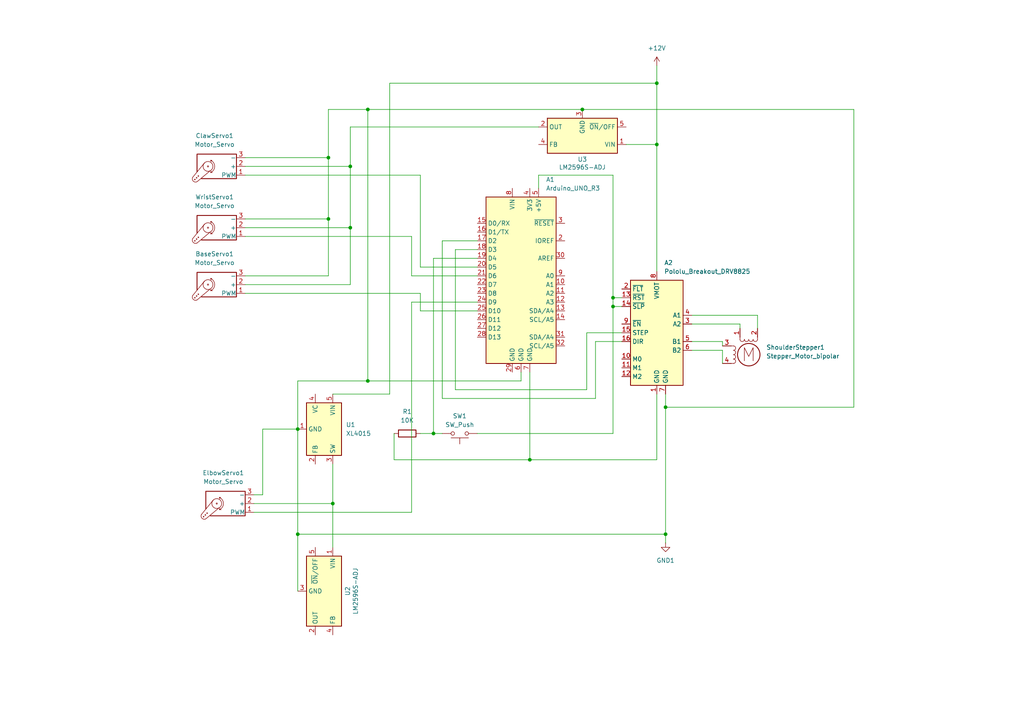
<source format=kicad_sch>
(kicad_sch (version 20250114) (generator "eeschema") (generator_version "9.0")
  (paper "A4")
  (title_block (title "Arduino Motor Controller"))
  (lib_symbols
    (symbol "Device:R" (pin_numbers (hide yes)) (pin_names (offset 0))
      (property "Reference" "R" (at 2.032 0 90))
      (property "Value" "R" (at 0 0 90))
      (symbol "R_0_1"
        (rectangle (start -1.016 -2.54) (end 1.016 2.54) (stroke (width 0.254)))
      )
      (symbol "R_1_1"
        (pin passive line (at 0 3.81 270) (length 1.27) (name "~") (number "1"))
        (pin passive line (at 0 -3.81 90) (length 1.27) (name "~") (number "2"))
      )
    )
    (symbol "Driver_Motor:Pololu_Breakout_DRV8825"
      (property "Reference" "A" (at -2.54 16.51 0))
      (property "Value" "Pololu_Breakout_DRV8825" (at -2.54 13.97 0))
      (symbol "Pololu_Breakout_DRV8825_0_1"
        (rectangle (start 7.62 -17.78) (end -7.62 12.7) (stroke (width 0.254)) (fill (type background)))
      )
      (symbol "Pololu_Breakout_DRV8825_1_1"
        (pin output line (at -10.16 10.16 0) (length 2.54) (name "~{FLT}") (number "2"))
        (pin input line (at -10.16 7.62 0) (length 2.54) (name "~{RST}") (number "13"))
        (pin input line (at -10.16 5.08 0) (length 2.54) (name "~{SLP}") (number "14"))
        (pin input line (at -10.16 0 0) (length 2.54) (name "~{EN}") (number "9"))
        (pin input line (at -10.16 -2.54 0) (length 2.54) (name "STEP") (number "15"))
        (pin input line (at -10.16 -5.08 0) (length 2.54) (name "DIR") (number "16"))
        (pin input line (at -10.16 -10.16 0) (length 2.54) (name "M0") (number "10"))
        (pin input line (at -10.16 -12.7 0) (length 2.54) (name "M1") (number "11"))
        (pin input line (at -10.16 -15.24 0) (length 2.54) (name "M2") (number "12"))
        (pin power_in line (at 0 15.24 270) (length 2.54) (name "VMOT") (number "8"))
        (pin power_in line (at 0 -20.32 90) (length 2.54) (name "GND") (number "1"))
        (pin power_in line (at 2.54 -20.32 90) (length 2.54) (name "GND") (number "7"))
        (pin output line (at 10.16 2.54 180) (length 2.54) (name "A1") (number "4"))
        (pin output line (at 10.16 0 180) (length 2.54) (name "A2") (number "3"))
        (pin output line (at 10.16 -5.08 180) (length 2.54) (name "B1") (number "5"))
        (pin output line (at 10.16 -7.62 180) (length 2.54) (name "B2") (number "6"))
      )
    )
    (symbol "MCU_Module:Arduino_UNO_R3"
      (property "Reference" "A" (at -10.16 23.495 0))
      (property "Value" "Arduino_UNO_R3" (at 5.08 -26.67 0))
      (symbol "Arduino_UNO_R3_0_1"
        (rectangle (start -10.16 22.86) (end 10.16 -25.4) (stroke (width 0.254)) (fill (type background)))
      )
      (symbol "Arduino_UNO_R3_1_1"
        (pin bidirectional line (at -12.7 15.24 0) (length 2.54) (name "D0/RX") (number "15"))
        (pin bidirectional line (at -12.7 12.7 0) (length 2.54) (name "D1/TX") (number "16"))
        (pin bidirectional line (at -12.7 10.16 0) (length 2.54) (name "D2") (number "17"))
        (pin bidirectional line (at -12.7 7.62 0) (length 2.54) (name "D3") (number "18"))
        (pin bidirectional line (at -12.7 5.08 0) (length 2.54) (name "D4") (number "19"))
        (pin bidirectional line (at -12.7 2.54 0) (length 2.54) (name "D5") (number "20"))
        (pin bidirectional line (at -12.7 0 0) (length 2.54) (name "D6") (number "21"))
        (pin bidirectional line (at -12.7 -2.54 0) (length 2.54) (name "D7") (number "22"))
        (pin bidirectional line (at -12.7 -5.08 0) (length 2.54) (name "D8") (number "23"))
        (pin bidirectional line (at -12.7 -7.62 0) (length 2.54) (name "D9") (number "24"))
        (pin bidirectional line (at -12.7 -10.16 0) (length 2.54) (name "D10") (number "25"))
        (pin bidirectional line (at -12.7 -12.7 0) (length 2.54) (name "D11") (number "26"))
        (pin bidirectional line (at -12.7 -15.24 0) (length 2.54) (name "D12") (number "27"))
        (pin bidirectional line (at -12.7 -17.78 0) (length 2.54) (name "D13") (number "28"))
        (pin no_connect line (at -10.16 -20.32 0) (length 2.54) (hide yes) (name "NC") (number "1"))
        (pin power_in line (at -2.54 25.4 270) (length 2.54) (name "VIN") (number "8"))
        (pin power_in line (at -2.54 -27.94 90) (length 2.54) (name "GND") (number "29"))
        (pin power_in line (at 0 -27.94 90) (length 2.54) (name "GND") (number "6"))
        (pin power_out line (at 2.54 25.4 270) (length 2.54) (name "3V3") (number "4"))
        (pin power_in line (at 2.54 -27.94 90) (length 2.54) (name "GND") (number "7"))
        (pin power_out line (at 5.08 25.4 270) (length 2.54) (name "+5V") (number "5"))
        (pin input line (at 12.7 15.24 180) (length 2.54) (name "~{RESET}") (number "3"))
        (pin output line (at 12.7 10.16 180) (length 2.54) (name "IOREF") (number "2"))
        (pin input line (at 12.7 5.08 180) (length 2.54) (name "AREF") (number "30"))
        (pin bidirectional line (at 12.7 0 180) (length 2.54) (name "A0") (number "9"))
        (pin bidirectional line (at 12.7 -2.54 180) (length 2.54) (name "A1") (number "10"))
        (pin bidirectional line (at 12.7 -5.08 180) (length 2.54) (name "A2") (number "11"))
        (pin bidirectional line (at 12.7 -7.62 180) (length 2.54) (name "A3") (number "12"))
        (pin bidirectional line (at 12.7 -10.16 180) (length 2.54) (name "SDA/A4") (number "13"))
        (pin bidirectional line (at 12.7 -12.7 180) (length 2.54) (name "SCL/A5") (number "14"))
        (pin bidirectional line (at 12.7 -17.78 180) (length 2.54) (name "SDA/A4") (number "31"))
        (pin bidirectional line (at 12.7 -20.32 180) (length 2.54) (name "SCL/A5") (number "32"))
      )
    )
    (symbol "Motor:Motor_Servo" (pin_names (offset 0.0254))
      (property "Reference" "M" (at -5.08 4.445 0))
      (property "Value" "Motor_Servo" (at -5.08 -4.064 0))
      (symbol "Motor_Servo_0_1"
        (polyline (pts (xy 2.413 1.778) (xy 1.905 1.778)))
        (polyline (pts (xy 2.413 1.778) (xy 2.286 1.397)))
        (polyline (pts (xy 2.413 -1.778) (xy 2.032 -1.778)))
        (polyline (pts (xy 2.413 -1.778) (xy 2.286 -1.397)))
        (arc (start 2.413 -1.778) (mid 1.2406 0) (end 2.413 1.778))
        (circle (center 3.175 0) (radius 0.1778))
        (circle (center 3.175 0) (radius 1.4224))
        (polyline (pts (xy 5.08 3.556) (xy -5.08 3.556) (xy -5.08 -3.556) (xy 6.35 -3.556) (xy 6.35 1.524)) (stroke (width 0.254)))
        (circle (center 5.969 2.794) (radius 0.127))
        (polyline (pts (xy 6.35 4.445) (xy 2.54 1.27)))
        (circle (center 6.477 3.302) (radius 0.127))
        (arc (start 6.35 4.445) (mid 7.4487 4.2737) (end 7.62 3.175))
        (circle (center 6.985 3.81) (radius 0.127))
        (polyline (pts (xy 7.62 3.175) (xy 4.191 -1.016)))
      )
      (symbol "Motor_Servo_1_1"
        (pin passive line (at -7.62 2.54 0) (length 2.54) (name "PWM") (number "1"))
        (pin passive line (at -7.62 0 0) (length 2.54) (name "+") (number "2"))
        (pin passive line (at -7.62 -2.54 0) (length 2.54) (name "-") (number "3"))
      )
    )
    (symbol "Motor:Stepper_Motor_bipolar" (pin_names (offset 0) (hide yes))
      (property "Reference" "M" (at 3.81 2.54 0))
      (property "Value" "Stepper_Motor_bipolar" (at 3.81 1.27 0))
      (symbol "Stepper_Motor_bipolar_0_0"
        (polyline (pts (xy -1.27 -1.778) (xy -1.27 2.032) (xy 0 -0.508) (xy 1.27 2.032) (xy 1.27 -1.778)))
      )
      (symbol "Stepper_Motor_bipolar_0_1"
        (polyline (pts (xy -5.08 2.54) (xy -4.445 2.54)))
        (polyline (pts (xy -5.08 -2.54) (xy -4.445 -2.54)))
        (arc (start -4.445 2.54) (mid -3.8127 1.905) (end -4.445 1.27))
        (arc (start -4.445 1.27) (mid -3.8127 0.635) (end -4.445 0))
        (arc (start -4.445 0) (mid -3.8127 -0.635) (end -4.445 -1.27))
        (arc (start -4.445 -1.27) (mid -3.8127 -1.905) (end -4.445 -2.54))
        (polyline (pts (xy -2.54 5.08) (xy -2.54 4.445)))
        (arc (start -1.27 4.445) (mid -1.905 3.8127) (end -2.54 4.445))
        (arc (start 0 4.445) (mid -0.635 3.8127) (end -1.27 4.445))
        (circle (center 0 0) (radius 3.2512) (stroke (width 0.254)))
        (arc (start 1.27 4.445) (mid 0.635 3.8127) (end 0 4.445))
        (arc (start 2.54 4.445) (mid 1.905 3.8127) (end 1.27 4.445))
        (polyline (pts (xy 2.54 5.08) (xy 2.54 4.445)))
      )
      (symbol "Stepper_Motor_bipolar_1_1"
        (pin passive line (at -7.62 2.54 0) (length 2.54) (name "~") (number "3"))
        (pin passive line (at -7.62 -2.54 0) (length 2.54) (name "~") (number "4"))
        (pin passive line (at -2.54 7.62 270) (length 2.54) (name "~") (number "1"))
        (pin passive line (at 2.54 7.62 270) (length 2.54) (name "-") (number "2"))
      )
    )
    (symbol "Regulator_Switching:LM2596S-ADJ"
      (property "Reference" "U" (at -10.16 6.35 0))
      (property "Value" "LM2596S-ADJ" (at 0 6.35 0))
      (symbol "LM2596S-ADJ_0_1"
        (rectangle (start -10.16 5.08) (end 10.16 -5.08) (stroke (width 0.254)) (fill (type background)))
      )
      (symbol "LM2596S-ADJ_1_1"
        (pin power_in line (at -12.7 2.54 0) (length 2.54) (name "VIN") (number "1"))
        (pin input line (at -12.7 -2.54 0) (length 2.54) (name "~{ON}/OFF") (number "5"))
        (pin power_in line (at 0 -7.62 90) (length 2.54) (name "GND") (number "3"))
        (pin input line (at 12.7 2.54 180) (length 2.54) (name "FB") (number "4"))
        (pin output line (at 12.7 -2.54 180) (length 2.54) (name "OUT") (number "2"))
      )
    )
    (symbol "Regulator_Switching:XL4015"
      (property "Reference" "U?" (at -6.35 6.35 0))
      (property "Value" "XL4015" (at 6.35 6.35 0))
      (symbol "XL4015_0_1"
        (rectangle (start -7.62 5.08) (end 7.62 -5.08) (stroke (width 0.254)) (fill (type background)))
      )
      (symbol "XL4015_1_1"
        (pin power_in line (at -10.16 2.54 0) (length 2.54) (name "VIN") (number "5"))
        (pin input line (at -10.16 -2.54 0) (length 2.54) (name "VC") (number "4"))
        (pin power_in line (at 0 -7.62 90) (length 2.54) (name "GND") (number "1"))
        (pin power_out line (at 10.16 2.54 180) (length 2.54) (name "SW") (number "3"))
        (pin input line (at 10.16 -2.54 180) (length 2.54) (name "FB") (number "2"))
      )
    )
    (symbol "Switch:SW_Push" (pin_numbers (hide yes)) (pin_names (offset 1.016) (hide yes))
      (property "Reference" "SW" (at 1.27 2.54 0))
      (property "Value" "SW_Push" (at 0 -1.524 0))
      (symbol "SW_Push_0_1"
        (circle (center -2.032 0) (radius 0.508))
        (polyline (pts (xy 0 1.27) (xy 0 3.048)))
        (circle (center 2.032 0) (radius 0.508))
        (polyline (pts (xy 2.54 1.27) (xy -2.54 1.27)))
        (pin passive line (at -5.08 0 0) (length 2.54) (name "1") (number "1"))
        (pin passive line (at 5.08 0 180) (length 2.54) (name "2") (number "2"))
      )
    )
    (symbol "power:+12V" (power) (pin_numbers (hide yes)) (pin_names (offset 0) (hide yes))
      (property "Value" "+12V" (at 0 3.556 0))
      (symbol "+12V_0_1"
        (polyline (pts (xy -0.762 1.27) (xy 0 2.54)))
        (polyline (pts (xy 0 2.54) (xy 0.762 1.27)))
        (polyline (pts (xy 0 0) (xy 0 2.54)))
      )
      (symbol "+12V_1_1"
        (pin power_in line (at 0 0 90) (length 0) (name "~") (number "1"))
      )
    )
    (symbol "power:GND1" (power) (pin_numbers (hide yes)) (pin_names (offset 0) (hide yes))
      (property "Value" "GND1" (at 0 -3.81 0))
      (symbol "GND1_0_1"
        (polyline (pts (xy 0 0) (xy 0 -1.27) (xy 1.27 -1.27) (xy 0 -2.54) (xy -1.27 -1.27) (xy 0 -1.27)))
      )
      (symbol "GND1_1_1"
        (pin power_in line (at 0 0 270) (length 0) (name "~") (number "1"))
      )
    )
  )
  (junction (at 190.5 41.91))
  (junction (at 86.36 154.94))
  (junction (at 101.6 66.04))
  (junction (at 193.04 118.11))
  (junction (at 95.25 45.72))
  (junction (at 177.8 86.36))
  (junction (at 96.52 146.05))
  (junction (at 125.73 125.73))
  (junction (at 86.36 124.46))
  (junction (at 153.67 133.35))
  (junction (at 101.6 48.26))
  (junction (at 95.25 63.5))
  (junction (at 193.04 154.94))
  (junction (at 106.68 31.75))
  (junction (at 106.68 110.49))
  (junction (at 177.8 88.9))
  (junction (at 168.91 31.75))
  (junction (at 190.5 24.13))
  (wire (pts (xy 156.21 50.8) (xy 156.21 54.61)))
  (wire (pts (xy 190.5 133.35) (xy 190.5 114.3)))
  (wire (pts (xy 71.12 45.72) (xy 95.25 45.72)))
  (wire (pts (xy 119.38 87.63) (xy 119.38 148.59)))
  (wire (pts (xy 76.2 124.46) (xy 86.36 124.46)))
  (wire (pts (xy 76.2 143.51) (xy 76.2 124.46)))
  (wire (pts (xy 172.72 99.06) (xy 180.34 99.06)))
  (wire (pts (xy 170.18 113.03) (xy 132.08 113.03)))
  (wire (pts (xy 132.08 72.39) (xy 138.43 72.39)))
  (wire (pts (xy 114.3 133.35) (xy 153.67 133.35)))
  (wire (pts (xy 190.5 24.13) (xy 190.5 41.91)))
  (wire (pts (xy 153.67 107.95) (xy 153.67 133.35)))
  (wire (pts (xy 177.8 88.9) (xy 180.34 88.9)))
  (wire (pts (xy 121.92 77.47) (xy 138.43 77.47)))
  (wire (pts (xy 190.5 19.05) (xy 190.5 24.13)))
  (wire (pts (xy 190.5 41.91) (xy 190.5 78.74)))
  (wire (pts (xy 119.38 80.01) (xy 119.38 68.58)))
  (wire (pts (xy 121.92 125.73) (xy 125.73 125.73)))
  (wire (pts (xy 193.04 154.94) (xy 193.04 118.11)))
  (wire (pts (xy 193.04 118.11) (xy 193.04 114.3)))
  (wire (pts (xy 247.65 31.75) (xy 247.65 118.11)))
  (wire (pts (xy 119.38 80.01) (xy 138.43 80.01)))
  (wire (pts (xy 177.8 86.36) (xy 180.34 86.36)))
  (wire (pts (xy 86.36 124.46) (xy 86.36 154.94)))
  (wire (pts (xy 151.13 110.49) (xy 106.68 110.49)))
  (wire (pts (xy 106.68 31.75) (xy 95.25 31.75)))
  (wire (pts (xy 177.8 86.36) (xy 177.8 88.9)))
  (wire (pts (xy 121.92 50.8) (xy 121.92 77.47)))
  (wire (pts (xy 219.71 91.44) (xy 219.71 95.25)))
  (wire (pts (xy 101.6 82.55) (xy 71.12 82.55)))
  (wire (pts (xy 209.55 101.6) (xy 209.55 105.41)))
  (wire (pts (xy 114.3 125.73) (xy 114.3 133.35)))
  (wire (pts (xy 71.12 50.8) (xy 121.92 50.8)))
  (wire (pts (xy 200.66 91.44) (xy 219.71 91.44)))
  (wire (pts (xy 119.38 148.59) (xy 73.66 148.59)))
  (wire (pts (xy 106.68 31.75) (xy 106.68 110.49)))
  (wire (pts (xy 71.12 66.04) (xy 101.6 66.04)))
  (wire (pts (xy 172.72 115.57) (xy 172.72 99.06)))
  (wire (pts (xy 156.21 50.8) (xy 177.8 50.8)))
  (wire (pts (xy 156.21 36.83) (xy 101.6 36.83)))
  (wire (pts (xy 73.66 143.51) (xy 76.2 143.51)))
  (wire (pts (xy 96.52 146.05) (xy 73.66 146.05)))
  (wire (pts (xy 71.12 63.5) (xy 95.25 63.5)))
  (wire (pts (xy 125.73 74.93) (xy 138.43 74.93)))
  (wire (pts (xy 153.67 133.35) (xy 190.5 133.35)))
  (wire (pts (xy 101.6 66.04) (xy 101.6 82.55)))
  (wire (pts (xy 121.92 90.17) (xy 138.43 90.17)))
  (wire (pts (xy 200.66 93.98) (xy 214.63 93.98)))
  (wire (pts (xy 200.66 99.06) (xy 209.55 99.06)))
  (wire (pts (xy 151.13 107.95) (xy 151.13 110.49)))
  (wire (pts (xy 86.36 154.94) (xy 86.36 171.45)))
  (wire (pts (xy 193.04 157.48) (xy 193.04 154.94)))
  (wire (pts (xy 95.25 45.72) (xy 95.25 63.5)))
  (wire (pts (xy 172.72 115.57) (xy 128.27 115.57)))
  (wire (pts (xy 95.25 31.75) (xy 95.25 45.72)))
  (wire (pts (xy 86.36 124.46) (xy 86.36 110.49)))
  (wire (pts (xy 101.6 36.83) (xy 101.6 48.26)))
  (wire (pts (xy 113.03 24.13) (xy 190.5 24.13)))
  (wire (pts (xy 113.03 114.3) (xy 96.52 114.3)))
  (wire (pts (xy 138.43 125.73) (xy 177.8 125.73)))
  (wire (pts (xy 177.8 50.8) (xy 177.8 86.36)))
  (wire (pts (xy 71.12 48.26) (xy 101.6 48.26)))
  (wire (pts (xy 168.91 31.75) (xy 106.68 31.75)))
  (wire (pts (xy 113.03 114.3) (xy 113.03 24.13)))
  (wire (pts (xy 170.18 96.52) (xy 180.34 96.52)))
  (wire (pts (xy 96.52 134.62) (xy 96.52 146.05)))
  (wire (pts (xy 247.65 31.75) (xy 168.91 31.75)))
  (wire (pts (xy 86.36 154.94) (xy 193.04 154.94)))
  (wire (pts (xy 95.25 63.5) (xy 95.25 80.01)))
  (wire (pts (xy 128.27 125.73) (xy 125.73 125.73)))
  (wire (pts (xy 86.36 110.49) (xy 106.68 110.49)))
  (wire (pts (xy 132.08 113.03) (xy 132.08 72.39)))
  (wire (pts (xy 170.18 113.03) (xy 170.18 96.52)))
  (wire (pts (xy 125.73 125.73) (xy 125.73 74.93)))
  (wire (pts (xy 121.92 85.09) (xy 121.92 90.17)))
  (wire (pts (xy 138.43 87.63) (xy 119.38 87.63)))
  (wire (pts (xy 209.55 99.06) (xy 209.55 100.33)))
  (wire (pts (xy 95.25 80.01) (xy 71.12 80.01)))
  (wire (pts (xy 121.92 85.09) (xy 71.12 85.09)))
  (wire (pts (xy 128.27 115.57) (xy 128.27 69.85)))
  (wire (pts (xy 247.65 118.11) (xy 193.04 118.11)))
  (wire (pts (xy 128.27 69.85) (xy 138.43 69.85)))
  (wire (pts (xy 96.52 146.05) (xy 96.52 158.75)))
  (wire (pts (xy 200.66 101.6) (xy 209.55 101.6)))
  (wire (pts (xy 119.38 68.58) (xy 71.12 68.58)))
  (wire (pts (xy 177.8 125.73) (xy 177.8 88.9)))
  (wire (pts (xy 101.6 48.26) (xy 101.6 66.04)))
  (wire (pts (xy 181.61 41.91) (xy 190.5 41.91)))
  (wire (pts (xy 214.63 93.98) (xy 214.63 95.25)))
  (symbol (lib_id "Motor:Stepper_Motor_bipolar") (at 217.17 102.87 0) (unit 1)
    (property "Reference" "ShoulderStepper1" (at 222.25 100.749 0) (effects (justify left)))
    (property "Value" "Stepper_Motor_bipolar" (at 222.25 103.289 0) (effects (justify left)))
    (property "Footprint" "Motors:Vybronics_VZ30C1T8219732L" (effects (hide yes)))
    (property "Datasheet" "http://www.infineon.com/dgdl/Application-Note-TLE8110EE_driving_UniPolarStepperMotor_V1.1.pdf?fileId=db3a30431be39b97011be5d0aa0a00b0" (effects (hide yes)))
    (property "Description" "4-wire bipolar stepper motor" (effects (hide yes)))
  )
  (symbol (lib_id "Device:R") (at 118.11 125.73 90) (unit 1)
    (property "Reference" "R1" (at 118.11 119.38 90))
    (property "Value" "10K" (at 118.11 121.92 90))
    (property "Footprint" "Resistor_THT:R_Axial_DIN0204_L3.6mm_D1.6mm_P7.62mm_Horizontal" (effects (hide yes)))
    (property "Description" "Resistor" (effects (hide yes)))
  )
  (symbol (lib_id "Motor:Motor_Servo") (at 66.04 146.05 180) (unit 1)
    (property "Reference" "ElbowServo1" (at 64.7839 137.16 0))
    (property "Value" "Motor_Servo" (at 64.7839 139.7 0))
    (property "Footprint" "Motors:Vybronics_VZ30C1T8219732L" (effects (hide yes)))
    (property "Datasheet" "http://forums.parallax.com/uploads/attachments/46831/74481.png" (effects (hide yes)))
    (property "Description" "Servo Motor (Futaba, HiTec, JR connector)" (effects (hide yes)))
  )
  (symbol (lib_id "Switch:SW_Push") (at 133.35 125.73 180) (unit 1)
    (property "Reference" "SW1" (at 133.35 120.65 0))
    (property "Value" "SW_Push" (at 133.35 123.19 0))
    (property "Footprint" "Button_Switch_THT:SW_XKB_DM1-16UP-1" (effects (hide yes)))
    (property "Description" "Push button switch, generic, two pins" (effects (hide yes)))
  )
  (symbol (lib_id "Regulator_Switching:LM2596S-ADJ") (at 93.98 171.45 270) (unit 1)
    (property "Reference" "U2" (at 100.838 171.45 0))
    (property "Value" "LM2596S-ADJ" (at 103.124 171.45 0))
    (property "Footprint" "Package_TO_SOT_SMD:TO-263-5_TabPin3" (effects (hide yes)))
    (property "Datasheet" "http://www.ti.com/lit/ds/symlink/lm2596.pdf" (effects (hide yes)))
    (property "Description" "Adjustable 3A Step-Down Voltage Regulator, TO-263" (effects (hide yes)))
  )
  (symbol (lib_id "Driver_Motor:Pololu_Breakout_DRV8825") (at 190.5 93.98 0) (unit 1)
    (property "Reference" "A2" (at 192.6433 76.2 0) (effects (justify left)))
    (property "Value" "Pololu_Breakout_DRV8825" (at 192.6433 78.74 0) (effects (justify left)))
    (property "Footprint" "Module:Pololu_Breakout-16_15.2x20.3mm" (effects (hide yes)))
    (property "Datasheet" "https://www.pololu.com/product/2982" (effects (hide yes)))
    (property "Description" "Pololu Breakout Board, Stepper Driver DRV8825" (effects (hide yes)))
  )
  (symbol (lib_id "Regulator_Switching:XL4015") (at 93.98 124.46 270) (unit 1)
    (property "Reference" "U1" (at 100.33 123.1899 90) (effects (justify left)))
    (property "Value" "XL4015" (at 100.33 125.7299 90) (effects (justify left)))
    (property "Footprint" "Package_TO_SOT_SMD:TO-263-5_TabPin3" (effects (hide yes)))
    (property "Datasheet" "http://www.xlsemi.net/datasheet/XL4015%20datasheet-English.pdf" (effects (hide yes)))
    (property "Description" "5A 180kHz 36V Buck DC to DC Converter" (effects (hide yes)))
  )
  (symbol (lib_id "Regulator_Switching:LM2596S-ADJ") (at 168.91 39.37 180) (unit 1)
    (property "Reference" "U3" (at 168.91 46.228 0))
    (property "Value" "LM2596S-ADJ" (at 168.91 48.514 0))
    (property "Footprint" "Package_TO_SOT_SMD:TO-263-5_TabPin3" (effects (hide yes)))
    (property "Datasheet" "http://www.ti.com/lit/ds/symlink/lm2596.pdf" (effects (hide yes)))
    (property "Description" "Adjustable 3A Step-Down Voltage Regulator, TO-263" (effects (hide yes)))
  )
  (symbol (lib_id "power:+12V") (at 190.5 19.05 0) (unit 1)
    (property "Reference" "#PWR01" (effects (hide yes)))
    (property "Value" "+12V" (at 190.5 13.97 0))
    (property "Description" "Power symbol creates a global label with name \"+12V\"" (effects (hide yes)))
  )
  (symbol (lib_id "Motor:Motor_Servo") (at 63.5 66.04 180) (unit 1)
    (property "Reference" "WristServo1" (at 62.2439 57.15 0))
    (property "Value" "Motor_Servo" (at 62.2439 59.69 0))
    (property "Footprint" "Motors:Vybronics_VZ30C1T8219732L" (effects (hide yes)))
    (property "Datasheet" "http://forums.parallax.com/uploads/attachments/46831/74481.png" (effects (hide yes)))
    (property "Description" "Servo Motor (Futaba, HiTec, JR connector)" (effects (hide yes)))
  )
  (symbol (lib_id "Motor:Motor_Servo") (at 63.5 48.26 180) (unit 1)
    (property "Reference" "ClawServo1" (at 62.2439 39.37 0))
    (property "Value" "Motor_Servo" (at 62.2439 41.91 0))
    (property "Footprint" "Motors:Vybronics_VZ30C1T8219732L" (effects (hide yes)))
    (property "Datasheet" "http://forums.parallax.com/uploads/attachments/46831/74481.png" (effects (hide yes)))
    (property "Description" "Servo Motor (Futaba, HiTec, JR connector)" (effects (hide yes)))
    (property "Sim.Library" ".\\" (effects (hide yes)))
  )
  (symbol (lib_id "MCU_Module:Arduino_UNO_R3") (at 151.13 80.01 0) (unit 1)
    (property "Reference" "A1" (at 158.3533 52.07 0) (effects (justify left)))
    (property "Value" "Arduino_UNO_R3" (at 158.3533 54.61 0) (effects (justify left)))
    (property "Footprint" "Module:Arduino_UNO_R3" (effects (hide yes)))
    (property "Datasheet" "https://www.arduino.cc/en/Main/arduinoBoardUno" (effects (hide yes)))
    (property "Description" "Arduino UNO Microcontroller Module, release 3" (effects (hide yes)))
  )
  (symbol (lib_id "Motor:Motor_Servo") (at 63.5 82.55 180) (unit 1)
    (property "Reference" "BaseServo1" (at 62.2439 73.66 0))
    (property "Value" "Motor_Servo" (at 62.2439 76.2 0))
    (property "Footprint" "Motors:Vybronics_VZ30C1T8219732L" (effects (hide yes)))
    (property "Datasheet" "http://forums.parallax.com/uploads/attachments/46831/74481.png" (effects (hide yes)))
    (property "Description" "Servo Motor (Futaba, HiTec, JR connector)" (effects (hide yes)))
  )
  (symbol (lib_id "power:GND1") (at 193.04 157.48 0) (unit 1)
    (property "Reference" "#PWR02" (effects (hide yes)))
    (property "Value" "GND1" (at 193.04 162.56 0))
    (property "Description" "Power symbol creates a global label with name \"GND1\" , ground" (effects (hide yes)))
  )
)
</source>
